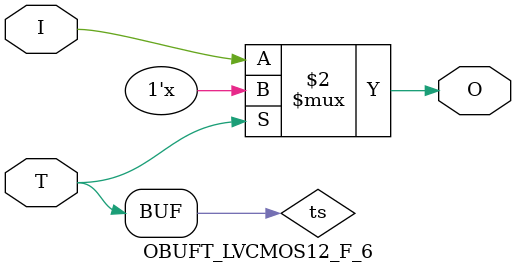
<source format=v>

/*

FUNCTION	: TRI-STATE OUTPUT BUFFER

*/

`celldefine
`timescale  100 ps / 10 ps

module OBUFT_LVCMOS12_F_6 (O, I, T);

    output O;

    input  I, T;

    or O1 (ts, 1'b0, T);
    bufif0 T1 (O, I, ts);

endmodule

</source>
